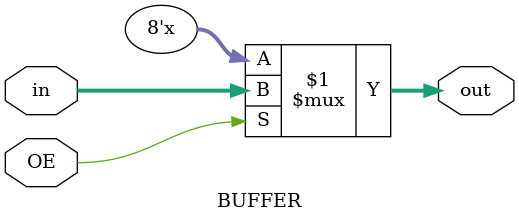
<source format=v>
module BUFFER #(parameter WIDTH = 8)(
    input wire OE,
    input wire [WIDTH-1:0] in,
    output wire [WIDTH-1:0] out);
    
	assign out = OE ? in : {WIDTH{1'bz}};
    
endmodule

</source>
